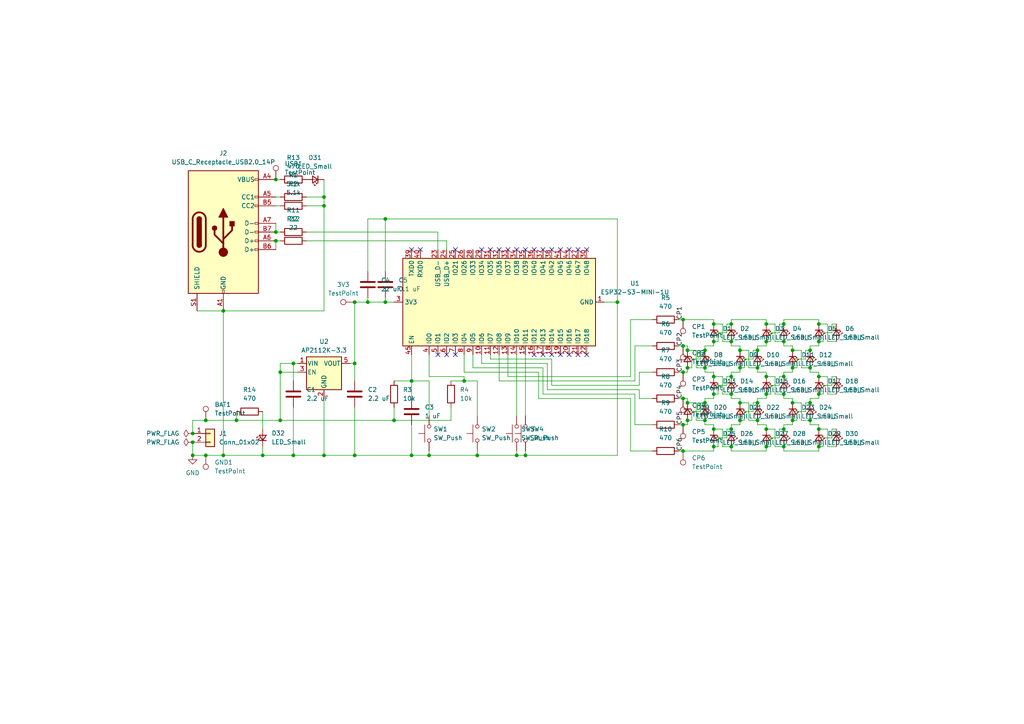
<source format=kicad_sch>
(kicad_sch (version 20250114) (generator "eeschema") (generator_version "9.0")
  (paper "A4")
  (junction (at 227.33 93.98))
  (junction (at 199.39 106.68))
  (junction (at 212.09 93.98))
  (junction (at 198.12 100.33))
  (junction (at 204.47 106.68))
  (junction (at 198.12 92.71))
  (junction (at 102.87 87.63))
  (junction (at 229.87 101.6))
  (junction (at 199.39 101.6))
  (junction (at 234.95 116.84))
  (junction (at 80.01 69.85))
  (junction (at 198.12 130.81))
  (junction (at 198.12 115.57))
  (junction (at 219.71 101.6))
  (junction (at 59.69 132.08))
  (junction (at 55.88 132.08))
  (junction (at 55.88 125.73))
  (junction (at 93.98 57.15))
  (junction (at 237.49 124.46))
  (junction (at 214.63 101.6))
  (junction (at 222.25 124.46))
  (junction (at 212.09 114.3))
  (junction (at 198.12 107.95))
  (junction (at 237.49 109.22))
  (junction (at 222.25 129.54))
  (junction (at 229.87 121.92))
  (junction (at 237.49 129.54))
  (junction (at 134.62 110.49))
  (junction (at 85.09 132.08))
  (junction (at 152.4 132.08))
  (junction (at 114.3 121.92))
  (junction (at 102.87 105.41))
  (junction (at 222.25 109.22))
  (junction (at 214.63 106.68))
  (junction (at 80.01 67.31))
  (junction (at 234.95 121.92))
  (junction (at 212.09 129.54))
  (junction (at 149.86 132.08))
  (junction (at 212.09 109.22))
  (junction (at 227.33 99.06))
  (junction (at 119.38 132.08))
  (junction (at 102.87 132.08))
  (junction (at 55.88 128.27))
  (junction (at 229.87 116.84))
  (junction (at 214.63 121.92))
  (junction (at 106.68 87.63))
  (junction (at 222.25 114.3))
  (junction (at 219.71 106.68))
  (junction (at 199.39 121.92))
  (junction (at 198.12 123.19))
  (junction (at 212.09 99.06))
  (junction (at 234.95 101.6))
  (junction (at 59.69 121.92))
  (junction (at 179.07 87.63))
  (junction (at 207.01 124.46))
  (junction (at 93.98 132.08))
  (junction (at 207.01 129.54))
  (junction (at 229.87 106.68))
  (junction (at 227.33 129.54))
  (junction (at 237.49 114.3))
  (junction (at 207.01 114.3))
  (junction (at 234.95 106.68))
  (junction (at 222.25 93.98))
  (junction (at 81.28 107.95))
  (junction (at 207.01 93.98))
  (junction (at 81.28 121.92))
  (junction (at 204.47 121.92))
  (junction (at 227.33 124.46))
  (junction (at 237.49 93.98))
  (junction (at 199.39 116.84))
  (junction (at 204.47 101.6))
  (junction (at 237.49 99.06))
  (junction (at 111.76 63.5))
  (junction (at 80.01 52.07))
  (junction (at 76.2 132.08))
  (junction (at 222.25 99.06))
  (junction (at 207.01 109.22))
  (junction (at 68.58 121.92))
  (junction (at 64.77 132.08))
  (junction (at 124.46 132.08))
  (junction (at 138.43 132.08))
  (junction (at 207.01 99.06))
  (junction (at 119.38 110.49))
  (junction (at 219.71 116.84))
  (junction (at 219.71 121.92))
  (junction (at 227.33 114.3))
  (junction (at 212.09 124.46))
  (junction (at 204.47 116.84))
  (junction (at 85.09 105.41))
  (junction (at 64.77 90.17))
  (junction (at 227.33 109.22))
  (junction (at 93.98 59.69))
  (junction (at 214.63 116.84))
  (junction (at 111.76 87.63))
  (no_connect (at 157.48 102.87))
  (no_connect (at 147.32 72.39))
  (no_connect (at 165.1 72.39))
  (no_connect (at 154.94 102.87))
  (no_connect (at 165.1 102.87))
  (no_connect (at 121.92 72.39))
  (no_connect (at 160.02 72.39))
  (no_connect (at 149.86 72.39))
  (no_connect (at 144.78 72.39))
  (no_connect (at 132.08 72.39))
  (no_connect (at 160.02 102.87))
  (no_connect (at 162.56 102.87))
  (no_connect (at 170.18 102.87))
  (no_connect (at 167.64 102.87))
  (no_connect (at 119.38 72.39))
  (no_connect (at 152.4 72.39))
  (no_connect (at 127 102.87))
  (no_connect (at 162.56 72.39))
  (no_connect (at 167.64 72.39))
  (no_connect (at 132.08 102.87))
  (no_connect (at 142.24 72.39))
  (no_connect (at 139.7 72.39))
  (no_connect (at 170.18 72.39))
  (no_connect (at 154.94 72.39))
  (no_connect (at 157.48 72.39))
  (no_connect (at 129.54 102.87))
  (wire (pts (xy 200.66 119.38) (xy 203.2 119.38)))
  (wire (pts (xy 217.17 101.6) (xy 217.17 106.68)))
  (wire (pts (xy 212.09 92.71) (xy 222.25 92.71)))
  (wire (pts (xy 207.01 93.98) (xy 207.01 92.71)))
  (wire (pts (xy 222.25 115.57) (xy 222.25 114.3)))
  (wire (pts (xy 237.49 129.54) (xy 238.76 129.54)))
  (wire (pts (xy 119.38 102.87) (xy 119.38 110.49)))
  (wire (pts (xy 144.78 110.49) (xy 184.15 110.49)))
  (wire (pts (xy 237.49 115.57) (xy 237.49 114.3)))
  (wire (pts (xy 81.28 121.92) (xy 114.3 121.92)))
  (wire (pts (xy 214.63 100.33) (xy 212.09 100.33)))
  (wire (pts (xy 64.77 132.08) (xy 76.2 132.08)))
  (wire (pts (xy 234.95 100.33) (xy 237.49 100.33)))
  (wire (pts (xy 81.28 59.69) (xy 80.01 59.69)))
  (wire (pts (xy 102.87 105.41) (xy 102.87 110.49)))
  (wire (pts (xy 196.85 123.19) (xy 198.12 123.19)))
  (wire (pts (xy 232.41 106.68) (xy 234.95 106.68)))
  (wire (pts (xy 81.28 69.85) (xy 80.01 69.85)))
  (wire (pts (xy 199.39 101.6) (xy 201.93 101.6)))
  (wire (pts (xy 240.03 114.3) (xy 242.57 114.3)))
  (wire (pts (xy 210.82 93.98) (xy 212.09 93.98)))
  (wire (pts (xy 241.3 111.76) (xy 241.3 109.22)))
  (wire (pts (xy 198.12 92.71) (xy 196.85 92.71)))
  (wire (pts (xy 240.03 99.06) (xy 242.57 99.06)))
  (wire (pts (xy 207.01 109.22) (xy 207.01 107.95)))
  (wire (pts (xy 59.69 132.08) (xy 64.77 132.08)))
  (wire (pts (xy 218.44 104.14) (xy 218.44 101.6)))
  (wire (pts (xy 234.95 115.57) (xy 237.49 115.57)))
  (wire (pts (xy 217.17 106.68) (xy 219.71 106.68)))
  (wire (pts (xy 219.71 101.6) (xy 219.71 100.33)))
  (wire (pts (xy 93.98 52.07) (xy 93.98 57.15)))
  (wire (pts (xy 130.81 118.11) (xy 130.81 121.92)))
  (wire (pts (xy 232.41 121.92) (xy 234.95 121.92)))
  (wire (pts (xy 93.98 115.57) (xy 93.98 132.08)))
  (wire (pts (xy 199.39 100.33) (xy 198.12 100.33)))
  (wire (pts (xy 124.46 132.08) (xy 138.43 132.08)))
  (wire (pts (xy 111.76 63.5) (xy 111.76 78.74)))
  (wire (pts (xy 55.88 128.27) (xy 55.88 132.08)))
  (wire (pts (xy 209.55 124.46) (xy 209.55 129.54)))
  (wire (pts (xy 207.01 109.22) (xy 209.55 109.22)))
  (wire (pts (xy 238.76 129.54) (xy 238.76 127)))
  (wire (pts (xy 214.63 101.6) (xy 214.63 100.33)))
  (wire (pts (xy 223.52 129.54) (xy 223.52 127)))
  (wire (pts (xy 199.39 106.68) (xy 200.66 106.68)))
  (wire (pts (xy 200.66 104.14) (xy 203.2 104.14)))
  (wire (pts (xy 234.95 123.19) (xy 237.49 123.19)))
  (wire (pts (xy 200.66 106.68) (xy 200.66 104.14)))
  (wire (pts (xy 199.39 115.57) (xy 199.39 116.84)))
  (wire (pts (xy 241.3 124.46) (xy 242.57 124.46)))
  (wire (pts (xy 237.49 109.22) (xy 240.03 109.22)))
  (wire (pts (xy 199.39 123.19) (xy 199.39 121.92)))
  (wire (pts (xy 222.25 114.3) (xy 223.52 114.3)))
  (wire (pts (xy 240.03 93.98) (xy 240.03 99.06)))
  (wire (pts (xy 102.87 132.08) (xy 102.87 118.11)))
  (wire (pts (xy 81.28 52.07) (xy 80.01 52.07)))
  (wire (pts (xy 210.82 111.76) (xy 210.82 109.22)))
  (wire (pts (xy 85.09 132.08) (xy 93.98 132.08)))
  (wire (pts (xy 203.2 116.84) (xy 204.47 116.84)))
  (wire (pts (xy 119.38 123.19) (xy 119.38 132.08)))
  (wire (pts (xy 224.79 109.22) (xy 224.79 114.3)))
  (wire (pts (xy 234.95 107.95) (xy 237.49 107.95)))
  (wire (pts (xy 224.79 99.06) (xy 227.33 99.06)))
  (wire (pts (xy 215.9 106.68) (xy 215.9 104.14)))
  (wire (pts (xy 68.58 119.38) (xy 68.58 121.92)))
  (wire (pts (xy 227.33 92.71) (xy 237.49 92.71)))
  (wire (pts (xy 223.52 127) (xy 226.06 127)))
  (wire (pts (xy 223.52 111.76) (xy 226.06 111.76)))
  (wire (pts (xy 234.95 101.6) (xy 234.95 100.33)))
  (wire (pts (xy 185.42 107.95) (xy 189.23 107.95)))
  (wire (pts (xy 227.33 93.98) (xy 227.33 92.71)))
  (wire (pts (xy 241.3 109.22) (xy 242.57 109.22)))
  (wire (pts (xy 101.6 105.41) (xy 102.87 105.41)))
  (wire (pts (xy 231.14 119.38) (xy 233.68 119.38)))
  (wire (pts (xy 233.68 101.6) (xy 234.95 101.6)))
  (wire (pts (xy 226.06 96.52) (xy 226.06 93.98)))
  (wire (pts (xy 218.44 119.38) (xy 218.44 116.84)))
  (wire (pts (xy 240.03 129.54) (xy 242.57 129.54)))
  (wire (pts (xy 198.12 107.95) (xy 199.39 107.95)))
  (wire (pts (xy 209.55 93.98) (xy 207.01 93.98)))
  (wire (pts (xy 129.54 69.85) (xy 129.54 72.39)))
  (wire (pts (xy 207.01 115.57) (xy 207.01 114.3)))
  (wire (pts (xy 226.06 124.46) (xy 227.33 124.46)))
  (wire (pts (xy 182.88 130.81) (xy 189.23 130.81)))
  (wire (pts (xy 64.77 90.17) (xy 93.98 90.17)))
  (wire (pts (xy 209.55 114.3) (xy 212.09 114.3)))
  (wire (pts (xy 198.12 130.81) (xy 196.85 130.81)))
  (wire (pts (xy 199.39 116.84) (xy 201.93 116.84)))
  (wire (pts (xy 226.06 93.98) (xy 227.33 93.98)))
  (wire (pts (xy 208.28 127) (xy 210.82 127)))
  (wire (pts (xy 199.39 121.92) (xy 200.66 121.92)))
  (wire (pts (xy 231.14 104.14) (xy 233.68 104.14)))
  (wire (pts (xy 218.44 101.6) (xy 219.71 101.6)))
  (wire (pts (xy 208.28 114.3) (xy 208.28 111.76)))
  (wire (pts (xy 81.28 57.15) (xy 80.01 57.15)))
  (wire (pts (xy 200.66 121.92) (xy 200.66 119.38)))
  (wire (pts (xy 212.09 114.3) (xy 212.09 115.57)))
  (wire (pts (xy 212.09 123.19) (xy 214.63 123.19)))
  (wire (pts (xy 114.3 118.11) (xy 114.3 121.92)))
  (wire (pts (xy 106.68 63.5) (xy 111.76 63.5)))
  (wire (pts (xy 119.38 110.49) (xy 119.38 115.57)))
  (wire (pts (xy 106.68 78.74) (xy 106.68 63.5)))
  (wire (pts (xy 204.47 123.19) (xy 204.47 121.92)))
  (wire (pts (xy 207.01 130.81) (xy 198.12 130.81)))
  (wire (pts (xy 134.62 109.22) (xy 134.62 110.49)))
  (wire (pts (xy 149.86 102.87) (xy 149.86 120.65)))
  (wire (pts (xy 227.33 123.19) (xy 229.87 123.19)))
  (wire (pts (xy 106.68 86.36) (xy 106.68 87.63)))
  (wire (pts (xy 214.63 107.95) (xy 214.63 106.68)))
  (wire (pts (xy 156.21 115.57) (xy 182.88 115.57)))
  (wire (pts (xy 93.98 59.69) (xy 93.98 57.15)))
  (wire (pts (xy 222.25 99.06) (xy 223.52 99.06)))
  (wire (pts (xy 227.33 109.22) (xy 227.33 107.95)))
  (wire (pts (xy 138.43 132.08) (xy 149.86 132.08)))
  (wire (pts (xy 158.75 105.41) (xy 158.75 113.03)))
  (wire (pts (xy 85.09 105.41) (xy 85.09 110.49)))
  (wire (pts (xy 217.17 116.84) (xy 217.17 121.92)))
  (wire (pts (xy 226.06 127) (xy 226.06 124.46)))
  (wire (pts (xy 207.01 92.71) (xy 198.12 92.71)))
  (wire (pts (xy 223.52 99.06) (xy 223.52 96.52)))
  (wire (pts (xy 238.76 111.76) (xy 241.3 111.76)))
  (wire (pts (xy 80.01 69.85) (xy 80.01 72.39)))
  (wire (pts (xy 229.87 115.57) (xy 229.87 116.84)))
  (wire (pts (xy 196.85 115.57) (xy 198.12 115.57)))
  (wire (pts (xy 222.25 93.98) (xy 224.79 93.98)))
  (wire (pts (xy 208.28 129.54) (xy 208.28 127)))
  (wire (pts (xy 219.71 107.95) (xy 222.25 107.95)))
  (wire (pts (xy 93.98 90.17) (xy 93.98 59.69)))
  (wire (pts (xy 219.71 116.84) (xy 219.71 115.57)))
  (wire (pts (xy 237.49 93.98) (xy 240.03 93.98)))
  (wire (pts (xy 208.28 111.76) (xy 210.82 111.76)))
  (wire (pts (xy 224.79 129.54) (xy 227.33 129.54)))
  (wire (pts (xy 229.87 107.95) (xy 229.87 106.68)))
  (wire (pts (xy 119.38 132.08) (xy 124.46 132.08)))
  (wire (pts (xy 111.76 63.5) (xy 179.07 63.5)))
  (wire (pts (xy 138.43 110.49) (xy 138.43 120.65)))
  (wire (pts (xy 203.2 104.14) (xy 203.2 101.6)))
  (wire (pts (xy 222.25 129.54) (xy 223.52 129.54)))
  (wire (pts (xy 111.76 87.63) (xy 114.3 87.63)))
  (wire (pts (xy 223.52 96.52) (xy 226.06 96.52)))
  (wire (pts (xy 85.09 105.41) (xy 86.36 105.41)))
  (wire (pts (xy 214.63 121.92) (xy 215.9 121.92)))
  (wire (pts (xy 76.2 119.38) (xy 76.2 124.46)))
  (wire (pts (xy 80.01 67.31) (xy 80.01 64.77)))
  (wire (pts (xy 219.71 121.92) (xy 219.71 123.19)))
  (wire (pts (xy 241.3 96.52) (xy 241.3 93.98)))
  (wire (pts (xy 196.85 107.95) (xy 198.12 107.95)))
  (wire (pts (xy 124.46 102.87) (xy 124.46 109.22)))
  (wire (pts (xy 210.82 96.52) (xy 210.82 93.98)))
  (wire (pts (xy 156.21 107.95) (xy 156.21 115.57)))
  (wire (pts (xy 238.76 96.52) (xy 241.3 96.52)))
  (wire (pts (xy 237.49 114.3) (xy 238.76 114.3)))
  (wire (pts (xy 182.88 92.71) (xy 189.23 92.71)))
  (wire (pts (xy 184.15 123.19) (xy 189.23 123.19)))
  (wire (pts (xy 102.87 105.41) (xy 102.87 87.63)))
  (wire (pts (xy 231.14 106.68) (xy 231.14 104.14)))
  (wire (pts (xy 212.09 93.98) (xy 212.09 92.71)))
  (wire (pts (xy 232.41 116.84) (xy 232.41 121.92)))
  (wire (pts (xy 219.71 123.19) (xy 222.25 123.19)))
  (wire (pts (xy 229.87 100.33) (xy 227.33 100.33)))
  (wire (pts (xy 111.76 86.36) (xy 111.76 87.63)))
  (wire (pts (xy 138.43 130.81) (xy 138.43 132.08)))
  (wire (pts (xy 214.63 116.84) (xy 217.17 116.84)))
  (wire (pts (xy 233.68 119.38) (xy 233.68 116.84)))
  (wire (pts (xy 238.76 99.06) (xy 238.76 96.52)))
  (wire (pts (xy 207.01 123.19) (xy 204.47 123.19)))
  (wire (pts (xy 204.47 115.57) (xy 207.01 115.57)))
  (wire (pts (xy 142.24 102.87) (xy 142.24 104.14)))
  (wire (pts (xy 229.87 101.6) (xy 229.87 100.33)))
  (wire (pts (xy 201.93 121.92) (xy 204.47 121.92)))
  (wire (pts (xy 182.88 115.57) (xy 182.88 130.81)))
  (wire (pts (xy 204.47 101.6) (xy 204.47 100.33)))
  (wire (pts (xy 179.07 132.08) (xy 179.07 87.63)))
  (wire (pts (xy 68.58 121.92) (xy 81.28 121.92)))
  (wire (pts (xy 215.9 121.92) (xy 215.9 119.38)))
  (wire (pts (xy 219.71 100.33) (xy 222.25 100.33)))
  (wire (pts (xy 222.25 92.71) (xy 222.25 93.98)))
  (wire (pts (xy 152.4 102.87) (xy 152.4 120.65)))
  (wire (pts (xy 212.09 115.57) (xy 214.63 115.57)))
  (wire (pts (xy 209.55 99.06) (xy 209.55 93.98)))
  (wire (pts (xy 229.87 106.68) (xy 231.14 106.68)))
  (wire (pts (xy 134.62 102.87) (xy 134.62 107.95)))
  (wire (pts (xy 185.42 107.95) (xy 185.42 111.76)))
  (wire (pts (xy 106.68 87.63) (xy 111.76 87.63)))
  (wire (pts (xy 222.25 107.95) (xy 222.25 109.22)))
  (wire (pts (xy 217.17 121.92) (xy 219.71 121.92)))
  (wire (pts (xy 208.28 96.52) (xy 210.82 96.52)))
  (wire (pts (xy 184.15 100.33) (xy 184.15 110.49)))
  (wire (pts (xy 55.88 121.92) (xy 59.69 121.92)))
  (wire (pts (xy 88.9 67.31) (xy 127 67.31)))
  (wire (pts (xy 207.01 124.46) (xy 207.01 123.19)))
  (wire (pts (xy 237.49 124.46) (xy 240.03 124.46)))
  (wire (pts (xy 212.09 109.22) (xy 212.09 107.95)))
  (wire (pts (xy 227.33 114.3) (xy 227.33 115.57)))
  (wire (pts (xy 124.46 109.22) (xy 134.62 109.22)))
  (wire (pts (xy 149.86 132.08) (xy 152.4 132.08)))
  (wire (pts (xy 158.75 113.03) (xy 185.42 113.03)))
  (wire (pts (xy 215.9 119.38) (xy 218.44 119.38)))
  (wire (pts (xy 185.42 115.57) (xy 189.23 115.57)))
  (wire (pts (xy 212.09 129.54) (xy 212.09 130.81)))
  (wire (pts (xy 237.49 123.19) (xy 237.49 124.46)))
  (wire (pts (xy 201.93 101.6) (xy 201.93 106.68)))
  (wire (pts (xy 234.95 116.84) (xy 234.95 115.57)))
  (wire (pts (xy 209.55 109.22) (xy 209.55 114.3)))
  (wire (pts (xy 88.9 57.15) (xy 93.98 57.15)))
  (wire (pts (xy 227.33 100.33) (xy 227.33 99.06)))
  (wire (pts (xy 160.02 111.76) (xy 185.42 111.76)))
  (wire (pts (xy 234.95 121.92) (xy 234.95 123.19)))
  (wire (pts (xy 207.01 100.33) (xy 207.01 99.06)))
  (wire (pts (xy 204.47 116.84) (xy 204.47 115.57)))
  (wire (pts (xy 114.3 121.92) (xy 130.81 121.92)))
  (wire (pts (xy 184.15 100.33) (xy 189.23 100.33)))
  (wire (pts (xy 203.2 101.6) (xy 204.47 101.6)))
  (wire (pts (xy 85.09 118.11) (xy 85.09 132.08)))
  (wire (pts (xy 204.47 107.95) (xy 204.47 106.68)))
  (wire (pts (xy 227.33 107.95) (xy 229.87 107.95)))
  (wire (pts (xy 238.76 114.3) (xy 238.76 111.76)))
  (wire (pts (xy 134.62 110.49) (xy 138.43 110.49)))
  (wire (pts (xy 198.12 115.57) (xy 199.39 115.57)))
  (wire (pts (xy 229.87 121.92) (xy 231.14 121.92)))
  (wire (pts (xy 210.82 109.22) (xy 212.09 109.22)))
  (wire (pts (xy 224.79 114.3) (xy 227.33 114.3)))
  (wire (pts (xy 227.33 130.81) (xy 237.49 130.81)))
  (wire (pts (xy 209.55 129.54) (xy 212.09 129.54)))
  (wire (pts (xy 124.46 130.81) (xy 124.46 132.08)))
  (wire (pts (xy 102.87 132.08) (xy 119.38 132.08)))
  (wire (pts (xy 184.15 114.3) (xy 184.15 123.19)))
  (wire (pts (xy 179.07 63.5) (xy 179.07 87.63)))
  (wire (pts (xy 233.68 104.14) (xy 233.68 101.6)))
  (wire (pts (xy 152.4 132.08) (xy 179.07 132.08)))
  (wire (pts (xy 226.06 111.76) (xy 226.06 109.22)))
  (wire (pts (xy 207.01 99.06) (xy 208.28 99.06)))
  (wire (pts (xy 124.46 110.49) (xy 119.38 110.49)))
  (wire (pts (xy 223.52 114.3) (xy 223.52 111.76)))
  (wire (pts (xy 137.16 102.87) (xy 137.16 106.68)))
  (wire (pts (xy 224.79 124.46) (xy 224.79 129.54)))
  (wire (pts (xy 142.24 104.14) (xy 160.02 104.14)))
  (wire (pts (xy 198.12 100.33) (xy 196.85 100.33)))
  (wire (pts (xy 55.88 125.73) (xy 55.88 121.92)))
  (wire (pts (xy 207.01 129.54) (xy 208.28 129.54)))
  (wire (pts (xy 198.12 123.19) (xy 199.39 123.19)))
  (wire (pts (xy 182.88 109.22) (xy 182.88 92.71)))
  (wire (pts (xy 139.7 105.41) (xy 158.75 105.41)))
  (wire (pts (xy 227.33 124.46) (xy 227.33 123.19)))
  (wire (pts (xy 214.63 106.68) (xy 215.9 106.68)))
  (wire (pts (xy 212.09 100.33) (xy 212.09 99.06)))
  (wire (pts (xy 238.76 127) (xy 241.3 127)))
  (wire (pts (xy 219.71 106.68) (xy 219.71 107.95)))
  (wire (pts (xy 137.16 106.68) (xy 157.48 106.68)))
  (wire (pts (xy 147.32 109.22) (xy 147.32 102.87)))
  (wire (pts (xy 226.06 109.22) (xy 227.33 109.22)))
  (wire (pts (xy 212.09 124.46) (xy 212.09 123.19)))
  (wire (pts (xy 160.02 104.14) (xy 160.02 111.76)))
  (wire (pts (xy 212.09 107.95) (xy 214.63 107.95)))
  (wire (pts (xy 215.9 104.14) (xy 218.44 104.14)))
  (wire (pts (xy 240.03 109.22) (xy 240.03 114.3)))
  (wire (pts (xy 210.82 124.46) (xy 212.09 124.46)))
  (wire (pts (xy 237.49 99.06) (xy 238.76 99.06)))
  (wire (pts (xy 214.63 123.19) (xy 214.63 121.92)))
  (wire (pts (xy 212.09 130.81) (xy 222.25 130.81)))
  (wire (pts (xy 64.77 90.17) (xy 64.77 132.08)))
  (wire (pts (xy 229.87 101.6) (xy 232.41 101.6)))
  (wire (pts (xy 139.7 102.87) (xy 139.7 105.41)))
  (wire (pts (xy 201.93 116.84) (xy 201.93 121.92)))
  (wire (pts (xy 127 67.31) (xy 127 72.39)))
  (wire (pts (xy 214.63 101.6) (xy 217.17 101.6)))
  (wire (pts (xy 227.33 129.54) (xy 227.33 130.81)))
  (wire (pts (xy 237.49 130.81) (xy 237.49 129.54)))
  (wire (pts (xy 147.32 109.22) (xy 182.88 109.22)))
  (wire (pts (xy 201.93 106.68) (xy 204.47 106.68)))
  (wire (pts (xy 203.2 119.38) (xy 203.2 116.84)))
  (wire (pts (xy 241.3 93.98) (xy 242.57 93.98)))
  (wire (pts (xy 234.95 106.68) (xy 234.95 107.95)))
  (wire (pts (xy 229.87 116.84) (xy 232.41 116.84)))
  (wire (pts (xy 114.3 110.49) (xy 119.38 110.49)))
  (wire (pts (xy 149.86 130.81) (xy 149.86 132.08)))
  (wire (pts (xy 237.49 107.95) (xy 237.49 109.22)))
  (wire (pts (xy 207.01 129.54) (xy 207.01 130.81)))
  (wire (pts (xy 231.14 121.92) (xy 231.14 119.38)))
  (wire (pts (xy 81.28 105.41) (xy 81.28 107.95)))
  (wire (pts (xy 233.68 116.84) (xy 234.95 116.84)))
  (wire (pts (xy 208.28 99.06) (xy 208.28 96.52)))
  (wire (pts (xy 222.25 124.46) (xy 224.79 124.46)))
  (wire (pts (xy 81.28 67.31) (xy 80.01 67.31)))
  (wire (pts (xy 55.88 132.08) (xy 59.69 132.08)))
  (wire (pts (xy 152.4 130.81) (xy 152.4 132.08)))
  (wire (pts (xy 237.49 92.71) (xy 237.49 93.98)))
  (wire (pts (xy 157.48 114.3) (xy 184.15 114.3)))
  (wire (pts (xy 204.47 100.33) (xy 207.01 100.33)))
  (wire (pts (xy 222.25 109.22) (xy 224.79 109.22)))
  (wire (pts (xy 102.87 87.63) (xy 106.68 87.63)))
  (wire (pts (xy 207.01 107.95) (xy 204.47 107.95)))
  (wire (pts (xy 237.49 100.33) (xy 237.49 99.06)))
  (wire (pts (xy 59.69 121.92) (xy 68.58 121.92)))
  (wire (pts (xy 134.62 110.49) (xy 130.81 110.49)))
  (wire (pts (xy 219.71 115.57) (xy 222.25 115.57)))
  (wire (pts (xy 199.39 107.95) (xy 199.39 106.68)))
  (wire (pts (xy 222.25 123.19) (xy 222.25 124.46)))
  (wire (pts (xy 227.33 115.57) (xy 229.87 115.57)))
  (wire (pts (xy 88.9 69.85) (xy 129.54 69.85)))
  (wire (pts (xy 224.79 93.98) (xy 224.79 99.06)))
  (wire (pts (xy 222.25 130.81) (xy 222.25 129.54)))
  (wire (pts (xy 207.01 124.46) (xy 209.55 124.46)))
  (wire (pts (xy 212.09 99.06) (xy 209.55 99.06)))
  (wire (pts (xy 179.07 87.63) (xy 175.26 87.63)))
  (wire (pts (xy 214.63 115.57) (xy 214.63 116.84)))
  (wire (pts (xy 240.03 124.46) (xy 240.03 129.54)))
  (wire (pts (xy 93.98 132.08) (xy 102.87 132.08)))
  (wire (pts (xy 81.28 107.95) (xy 81.28 121.92)))
  (wire (pts (xy 222.25 100.33) (xy 222.25 99.06)))
  (wire (pts (xy 144.78 110.49) (xy 144.78 102.87)))
  (wire (pts (xy 81.28 107.95) (xy 86.36 107.95)))
  (wire (pts (xy 210.82 127) (xy 210.82 124.46)))
  (wire (pts (xy 76.2 129.54) (xy 76.2 132.08)))
  (wire (pts (xy 229.87 123.19) (xy 229.87 121.92)))
  (wire (pts (xy 199.39 101.6) (xy 199.39 100.33)))
  (wire (pts (xy 157.48 106.68) (xy 157.48 114.3)))
  (wire (pts (xy 81.28 105.41) (xy 85.09 105.41)))
  (wire (pts (xy 134.62 107.95) (xy 156.21 107.95)))
  (wire (pts (xy 57.15 90.17) (xy 64.77 90.17)))
  (wire (pts (xy 124.46 120.65) (xy 124.46 110.49)))
  (wire (pts (xy 76.2 132.08) (xy 85.09 132.08)))
  (wire (pts (xy 218.44 116.84) (xy 219.71 116.84)))
  (wire (pts (xy 232.41 101.6) (xy 232.41 106.68)))
  (wire (pts (xy 207.01 114.3) (xy 208.28 114.3)))
  (wire (pts (xy 241.3 127) (xy 241.3 124.46)))
  (wire (pts (xy 185.42 113.03) (xy 185.42 115.57)))
  (wire (pts (xy 88.9 59.69) (xy 93.98 59.69)))
  (label "CP6" (at 198.12 130.81 90))
  (label "CP2" (at 198.12 100.33 90))
  (label "CP4" (at 198.12 115.57 90))
  (label "CP3" (at 198.12 107.95 90))
  (label "CP5" (at 198.12 123.19 90))
  (label "CP1" (at 198.12 92.71 90))
  (symbol (lib_id "power:PWR_FLAG") (at 55.88 125.73 90) (unit 1)
    (property "Reference" "#FLG01" (effects (hide yes)))
    (property "Value" "PWR_FLAG" (at 52.07 125.7299 90) (effects (justify left)))
    (property "Description" "Special symbol for telling ERC where power comes from" (effects (hide yes)))
  )
  (symbol (lib_id "Connector:USB_C_Receptacle_USB2.0_14P") (at 64.77 67.31 0) (unit 1)
    (property "Reference" "J2" (at 64.77 44.45 0))
    (property "Value" "USB_C_Receptacle_USB2.0_14P" (at 64.77 46.99 0))
    (property "Footprint" "Connector_USB:USB_C_Receptacle_HRO_TYPE-C-31-M-12" (effects (hide yes)))
    (property "Datasheet" "https://www.usb.org/sites/default/files/documents/usb_type-c.zip" (effects (hide yes)))
    (property "Description" "USB 2.0-only 14P Type-C Receptacle connector" (effects (hide yes)))
  )
  (symbol (lib_id "Device:R") (at 85.09 52.07 90) (unit 1)
    (property "Reference" "R13" (at 85.09 45.72 90))
    (property "Value" "470" (at 85.09 48.26 90))
    (property "Footprint" "Resistor_SMD:R_0603_1608Metric" (effects (hide yes)))
    (property "Description" "Resistor" (effects (hide yes)))
  )
  (symbol (lib_id "Device:LED_Small") (at 222.25 96.52 270) (unit 1)
    (property "Reference" "D3" (at 224.79 95.3134 90) (effects (justify left)))
    (property "Value" "LED_Small" (at 224.79 97.8534 90) (effects (justify left)))
    (property "Footprint" "LED_SMD:LED_0603_1608Metric" (effects (hide yes)))
    (property "Description" "Light emitting diode, small symbol" (effects (hide yes)))
    (property "Sim.Pin" "1=K 2=A" (effects (hide yes)))
  )
  (symbol (lib_id "Device:LED_Small") (at 199.39 104.14 270) (unit 1)
    (property "Reference" "D7" (at 201.93 102.9334 90) (effects (justify left)))
    (property "Value" "LED_Small" (at 201.93 105.4734 90) (effects (justify left)))
    (property "Footprint" "LED_SMD:LED_0603_1608Metric" (effects (hide yes)))
    (property "Description" "Light emitting diode, small symbol" (effects (hide yes)))
    (property "Sim.Pin" "1=K 2=A" (effects (hide yes)))
  )
  (symbol (lib_id "Device:C") (at 102.87 114.3 0) (unit 1)
    (property "Reference" "C2" (at 106.68 113.0299 0) (effects (justify left)))
    (property "Value" "2.2 uF" (at 106.68 115.5699 0) (effects (justify left)))
    (property "Footprint" "Capacitor_SMD:C_0603_1608Metric" (effects (hide yes)))
    (property "Description" "Unpolarized capacitor" (effects (hide yes)))
  )
  (symbol (lib_id "Connector:TestPoint") (at 198.12 92.71 180) (unit 1)
    (property "Reference" "CP1" (at 200.66 94.7419 0) (effects (justify right)))
    (property "Value" "TestPoint" (at 200.66 97.2819 0) (effects (justify right)))
    (property "Footprint" "TestPoint:TestPoint_Pad_D1.0mm" (effects (hide yes)))
    (property "Description" "test point" (effects (hide yes)))
  )
  (symbol (lib_id "Device:LED_Small") (at 227.33 111.76 270) (unit 1)
    (property "Reference" "D16" (at 229.87 110.5534 90) (effects (justify left)))
    (property "Value" "LED_Small" (at 229.87 113.0934 90) (effects (justify left)))
    (property "Footprint" "LED_SMD:LED_0603_1608Metric" (effects (hide yes)))
    (property "Description" "Light emitting diode, small symbol" (effects (hide yes)))
    (property "Sim.Pin" "1=K 2=A" (effects (hide yes)))
  )
  (symbol (lib_id "Connector:TestPoint") (at 80.01 52.07 0) (unit 1)
    (property "Reference" "USB1" (at 82.55 47.4979 0) (effects (justify left)))
    (property "Value" "TestPoint" (at 82.55 50.0379 0) (effects (justify left)))
    (property "Footprint" "TestPoint:TestPoint_Pad_D1.0mm" (effects (hide yes)))
    (property "Description" "test point" (effects (hide yes)))
  )
  (symbol (lib_id "Device:R") (at 193.04 123.19 90) (unit 1)
    (property "Reference" "R9" (at 193.04 116.84 90))
    (property "Value" "470" (at 193.04 119.38 90))
    (property "Footprint" "Resistor_SMD:R_0603_1608Metric" (effects (hide yes)))
    (property "Description" "Resistor" (effects (hide yes)))
  )
  (symbol (lib_id "Device:LED_Small") (at 234.95 104.14 270) (unit 1)
    (property "Reference" "D12" (at 237.49 102.9334 90) (effects (justify left)))
    (property "Value" "LED_Small" (at 237.49 105.4734 90) (effects (justify left)))
    (property "Footprint" "LED_SMD:LED_0603_1608Metric" (effects (hide yes)))
    (property "Description" "Light emitting diode, small symbol" (effects (hide yes)))
    (property "Sim.Pin" "1=K 2=A" (effects (hide yes)))
  )
  (symbol (lib_id "Device:LED_Small") (at 242.57 127 270) (unit 1)
    (property "Reference" "D30" (at 245.11 125.7934 90) (effects (justify left)))
    (property "Value" "LED_Small" (at 245.11 128.3334 90) (effects (justify left)))
    (property "Footprint" "LED_SMD:LED_0603_1608Metric" (effects (hide yes)))
    (property "Description" "Light emitting diode, small symbol" (effects (hide yes)))
    (property "Sim.Pin" "1=K 2=A" (effects (hide yes)))
  )
  (symbol (lib_id "Device:LED_Small") (at 214.63 104.14 270) (unit 1)
    (property "Reference" "D9" (at 217.17 102.9334 90) (effects (justify left)))
    (property "Value" "LED_Small" (at 217.17 105.4734 90) (effects (justify left)))
    (property "Footprint" "LED_SMD:LED_0603_1608Metric" (effects (hide yes)))
    (property "Description" "Light emitting diode, small symbol" (effects (hide yes)))
    (property "Sim.Pin" "1=K 2=A" (effects (hide yes)))
  )
  (symbol (lib_id "Regulator_Linear:AP2112K-3.3") (at 93.98 107.95 0) (unit 1)
    (property "Reference" "U2" (at 93.98 99.06 0))
    (property "Value" "AP2112K-3.3" (at 93.98 101.6 0))
    (property "Footprint" "Package_TO_SOT_SMD:SOT-23-5" (effects (hide yes)))
    (property "Datasheet" "https://www.diodes.com/assets/Datasheets/AP2112.pdf" (effects (hide yes)))
    (property "Description" "600mA low dropout linear regulator, with enable pin, 3.8V-6V input voltage range, 3.3V fixed positive output, SOT-23-5" (effects (hide yes)))
  )
  (symbol (lib_id "Device:C") (at 85.09 114.3 0) (unit 1)
    (property "Reference" "C1" (at 88.9 113.0299 0) (effects (justify left)))
    (property "Value" "2.2 uF" (at 88.9 115.5699 0) (effects (justify left)))
    (property "Footprint" "Capacitor_SMD:C_0603_1608Metric" (effects (hide yes)))
    (property "Description" "Unpolarized capacitor" (effects (hide yes)))
  )
  (symbol (lib_id "Device:LED_Small") (at 204.47 104.14 270) (unit 1)
    (property "Reference" "D8" (at 207.01 102.9334 90) (effects (justify left)))
    (property "Value" "LED_Small" (at 207.01 105.4734 90) (effects (justify left)))
    (property "Footprint" "LED_SMD:LED_0603_1608Metric" (effects (hide yes)))
    (property "Description" "Light emitting diode, small symbol" (effects (hide yes)))
    (property "Sim.Pin" "1=K 2=A" (effects (hide yes)))
  )
  (symbol (lib_id "power:PWR_FLAG") (at 55.88 128.27 90) (unit 1)
    (property "Reference" "#FLG02" (effects (hide yes)))
    (property "Value" "PWR_FLAG" (at 52.07 128.2699 90) (effects (justify left)))
    (property "Description" "Special symbol for telling ERC where power comes from" (effects (hide yes)))
  )
  (symbol (lib_id "Device:C") (at 106.68 82.55 0) (unit 1)
    (property "Reference" "C4" (at 110.49 81.2799 0) (effects (justify left)))
    (property "Value" "22 uF" (at 110.49 83.8199 0) (effects (justify left)))
    (property "Footprint" "Capacitor_SMD:C_0603_1608Metric" (effects (hide yes)))
    (property "Description" "Unpolarized capacitor" (effects (hide yes)))
  )
  (symbol (lib_id "Switch:SW_Push") (at 152.4 125.73 90) (unit 1)
    (property "Reference" "SW4" (at 153.67 124.4599 90) (effects (justify right)))
    (property "Value" "SW_Push" (at 153.67 126.9999 90) (effects (justify right)))
    (property "Footprint" "Button_Switch_SMD:SW_SPST_PTS810" (effects (hide yes)))
    (property "Description" "Push button switch, generic, two pins" (effects (hide yes)))
  )
  (symbol (lib_id "Device:C") (at 111.76 82.55 0) (unit 1)
    (property "Reference" "C5" (at 115.57 81.2799 0) (effects (justify left)))
    (property "Value" "0.1 uF" (at 115.57 83.8199 0) (effects (justify left)))
    (property "Footprint" "Capacitor_SMD:C_0603_1608Metric" (effects (hide yes)))
    (property "Description" "Unpolarized capacitor" (effects (hide yes)))
  )
  (symbol (lib_id "Device:LED_Small") (at 222.25 127 270) (unit 1)
    (property "Reference" "D27" (at 224.79 125.7934 90) (effects (justify left)))
    (property "Value" "LED_Small" (at 224.79 128.3334 90) (effects (justify left)))
    (property "Footprint" "LED_SMD:LED_0603_1608Metric" (effects (hide yes)))
    (property "Description" "Light emitting diode, small symbol" (effects (hide yes)))
    (property "Sim.Pin" "1=K 2=A" (effects (hide yes)))
  )
  (symbol (lib_id "RF_Module:ESP32-S3-MINI-1U") (at 144.78 87.63 90) (unit 1)
    (property "Reference" "U1" (at 184.15 82.1846 90))
    (property "Value" "ESP32-S3-MINI-1U" (at 184.15 84.7246 90))
    (property "Footprint" "RF_Module:ESP32-S2-MINI-1U" (effects (hide yes)))
    (property "Datasheet" "https://www.espressif.com/sites/default/files/documentation/esp32-s3-mini-1_mini-1u_datasheet_en.pdf" (effects (hide yes)))
    (property "Description" "RF Module, ESP32-S3 SoC, Wi-Fi 802.11b/g/n, Bluetooth, BLE, 32-bit, 3.3V, SMD, external antenna" (effects (hide yes)))
  )
  (symbol (lib_id "Device:LED_Small") (at 207.01 111.76 270) (unit 1)
    (property "Reference" "D13" (at 209.55 110.5534 90) (effects (justify left)))
    (property "Value" "LED_Small" (at 209.55 113.0934 90) (effects (justify left)))
    (property "Footprint" "LED_SMD:LED_0603_1608Metric" (effects (hide yes)))
    (property "Description" "Light emitting diode, small symbol" (effects (hide yes)))
    (property "Sim.Pin" "1=K 2=A" (effects (hide yes)))
  )
  (symbol (lib_id "Device:LED_Small") (at 207.01 96.52 270) (unit 1)
    (property "Reference" "D1" (at 209.55 95.3134 90) (effects (justify left)))
    (property "Value" "LED_Small" (at 209.55 97.8534 90) (effects (justify left)))
    (property "Footprint" "LED_SMD:LED_0603_1608Metric" (effects (hide yes)))
    (property "Description" "Light emitting diode, small symbol" (effects (hide yes)))
    (property "Sim.Pin" "1=K 2=A" (effects (hide yes)))
  )
  (symbol (lib_id "Device:R") (at 85.09 59.69 90) (unit 1)
    (property "Reference" "R2" (at 85.09 53.34 90))
    (property "Value" "5.1k" (at 85.09 55.88 90))
    (property "Footprint" "Resistor_SMD:R_0603_1608Metric" (effects (hide yes)))
    (property "Description" "Resistor" (effects (hide yes)))
  )
  (symbol (lib_id "Device:LED_Small") (at 204.47 119.38 270) (unit 1)
    (property "Reference" "D20" (at 207.01 118.1734 90) (effects (justify left)))
    (property "Value" "LED_Small" (at 207.01 120.7134 90) (effects (justify left)))
    (property "Footprint" "LED_SMD:LED_0603_1608Metric" (effects (hide yes)))
    (property "Description" "Light emitting diode, small symbol" (effects (hide yes)))
    (property "Sim.Pin" "1=K 2=A" (effects (hide yes)))
  )
  (symbol (lib_id "Device:LED_Small") (at 76.2 127 90) (unit 1)
    (property "Reference" "D32" (at 78.74 125.6664 90) (effects (justify right)))
    (property "Value" "LED_Small" (at 78.74 128.2064 90) (effects (justify right)))
    (property "Footprint" "LED_SMD:LED_0603_1608Metric" (effects (hide yes)))
    (property "Description" "Light emitting diode, small symbol" (effects (hide yes)))
    (property "Sim.Pin" "1=K 2=A" (effects (hide yes)))
  )
  (symbol (lib_id "Device:R") (at 193.04 107.95 90) (unit 1)
    (property "Reference" "R7" (at 193.04 101.6 90))
    (property "Value" "470" (at 193.04 104.14 90))
    (property "Footprint" "Resistor_SMD:R_0603_1608Metric" (effects (hide yes)))
    (property "Description" "Resistor" (effects (hide yes)))
  )
  (symbol (lib_id "Device:R") (at 130.81 114.3 0) (unit 1)
    (property "Reference" "R4" (at 133.35 113.0299 0) (effects (justify left)))
    (property "Value" "10k" (at 133.35 115.5699 0) (effects (justify left)))
    (property "Footprint" "Resistor_SMD:R_0603_1608Metric" (effects (hide yes)))
    (property "Description" "Resistor" (effects (hide yes)))
  )
  (symbol (lib_id "Device:LED_Small") (at 229.87 119.38 270) (unit 1)
    (property "Reference" "D23" (at 232.41 118.1734 90) (effects (justify left)))
    (property "Value" "LED_Small" (at 232.41 120.7134 90) (effects (justify left)))
    (property "Footprint" "LED_SMD:LED_0603_1608Metric" (effects (hide yes)))
    (property "Description" "Light emitting diode, small symbol" (effects (hide yes)))
    (property "Sim.Pin" "1=K 2=A" (effects (hide yes)))
  )
  (symbol (lib_id "Device:R") (at 193.04 115.57 90) (unit 1)
    (property "Reference" "R8" (at 193.04 109.22 90))
    (property "Value" "470" (at 193.04 111.76 90))
    (property "Footprint" "Resistor_SMD:R_0603_1608Metric" (effects (hide yes)))
    (property "Description" "Resistor" (effects (hide yes)))
  )
  (symbol (lib_id "Device:LED_Small") (at 237.49 111.76 270) (unit 1)
    (property "Reference" "D17" (at 240.03 110.5534 90) (effects (justify left)))
    (property "Value" "LED_Small" (at 240.03 113.0934 90) (effects (justify left)))
    (property "Footprint" "LED_SMD:LED_0603_1608Metric" (effects (hide yes)))
    (property "Description" "Light emitting diode, small symbol" (effects (hide yes)))
    (property "Sim.Pin" "1=K 2=A" (effects (hide yes)))
  )
  (symbol (lib_id "Connector:TestPoint") (at 198.12 130.81 180) (unit 1)
    (property "Reference" "CP6" (at 200.66 132.8419 0) (effects (justify right)))
    (property "Value" "TestPoint" (at 200.66 135.3819 0) (effects (justify right)))
    (property "Footprint" "TestPoint:TestPoint_Pad_D1.0mm" (effects (hide yes)))
    (property "Description" "test point" (effects (hide yes)))
  )
  (symbol (lib_id "Switch:SW_Push") (at 124.46 125.73 90) (unit 1)
    (property "Reference" "SW1" (at 125.73 124.4599 90) (effects (justify right)))
    (property "Value" "SW_Push" (at 125.73 126.9999 90) (effects (justify right)))
    (property "Footprint" "Button_Switch_SMD:SW_SPST_PTS810" (effects (hide yes)))
    (property "Description" "Push button switch, generic, two pins" (effects (hide yes)))
  )
  (symbol (lib_id "Device:LED_Small") (at 212.09 96.52 270) (unit 1)
    (property "Reference" "D2" (at 214.63 95.3134 90) (effects (justify left)))
    (property "Value" "LED_Small" (at 214.63 97.8534 90) (effects (justify left)))
    (property "Footprint" "LED_SMD:LED_0603_1608Metric" (effects (hide yes)))
    (property "Description" "Light emitting diode, small symbol" (effects (hide yes)))
    (property "Sim.Pin" "1=K 2=A" (effects (hide yes)))
  )
  (symbol (lib_id "Device:LED_Small") (at 242.57 111.76 270) (unit 1)
    (property "Reference" "D18" (at 245.11 110.5534 90) (effects (justify left)))
    (property "Value" "LED_Small" (at 245.11 113.0934 90) (effects (justify left)))
    (property "Footprint" "LED_SMD:LED_0603_1608Metric" (effects (hide yes)))
    (property "Description" "Light emitting diode, small symbol" (effects (hide yes)))
    (property "Sim.Pin" "1=K 2=A" (effects (hide yes)))
  )
  (symbol (lib_id "Device:LED_Small") (at 242.57 96.52 270) (unit 1)
    (property "Reference" "D6" (at 245.11 95.3134 90) (effects (justify left)))
    (property "Value" "LED_Small" (at 245.11 97.8534 90) (effects (justify left)))
    (property "Footprint" "LED_SMD:LED_0603_1608Metric" (effects (hide yes)))
    (property "Description" "Light emitting diode, small symbol" (effects (hide yes)))
    (property "Sim.Pin" "1=K 2=A" (effects (hide yes)))
  )
  (symbol (lib_id "Device:R") (at 193.04 130.81 90) (unit 1)
    (property "Reference" "R10" (at 193.04 124.46 90))
    (property "Value" "470" (at 193.04 127 90))
    (property "Footprint" "Resistor_SMD:R_0603_1608Metric" (effects (hide yes)))
    (property "Description" "Resistor" (effects (hide yes)))
  )
  (symbol (lib_id "Device:LED_Small") (at 212.09 127 270) (unit 1)
    (property "Reference" "D26" (at 214.63 125.7934 90) (effects (justify left)))
    (property "Value" "LED_Small" (at 214.63 128.3334 90) (effects (justify left)))
    (property "Footprint" "LED_SMD:LED_0603_1608Metric" (effects (hide yes)))
    (property "Description" "Light emitting diode, small symbol" (effects (hide yes)))
    (property "Sim.Pin" "1=K 2=A" (effects (hide yes)))
  )
  (symbol (lib_id "Device:R") (at 85.09 67.31 90) (unit 1)
    (property "Reference" "R11" (at 85.09 60.96 90))
    (property "Value" "22" (at 85.09 63.5 90))
    (property "Footprint" "Resistor_SMD:R_0603_1608Metric" (effects (hide yes)))
    (property "Description" "Resistor" (effects (hide yes)))
  )
  (symbol (lib_id "Device:LED_Small") (at 237.49 127 270) (unit 1)
    (property "Reference" "D29" (at 240.03 125.7934 90) (effects (justify left)))
    (property "Value" "LED_Small" (at 240.03 128.3334 90) (effects (justify left)))
    (property "Footprint" "LED_SMD:LED_0603_1608Metric" (effects (hide yes)))
    (property "Description" "Light emitting diode, small symbol" (effects (hide yes)))
    (property "Sim.Pin" "1=K 2=A" (effects (hide yes)))
  )
  (symbol (lib_id "Connector:TestPoint") (at 59.69 132.08 180) (unit 1)
    (property "Reference" "GND1" (at 62.23 134.1119 0) (effects (justify right)))
    (property "Value" "TestPoint" (at 62.23 136.6519 0) (effects (justify right)))
    (property "Footprint" "TestPoint:TestPoint_Pad_D1.0mm" (effects (hide yes)))
    (property "Description" "test point" (effects (hide yes)))
  )
  (symbol (lib_id "Device:LED_Small") (at 222.25 111.76 270) (unit 1)
    (property "Reference" "D15" (at 224.79 110.5534 90) (effects (justify left)))
    (property "Value" "LED_Small" (at 224.79 113.0934 90) (effects (justify left)))
    (property "Footprint" "LED_SMD:LED_0603_1608Metric" (effects (hide yes)))
    (property "Description" "Light emitting diode, small symbol" (effects (hide yes)))
    (property "Sim.Pin" "1=K 2=A" (effects (hide yes)))
  )
  (symbol (lib_id "Device:LED_Small") (at 199.39 119.38 270) (unit 1)
    (property "Reference" "D19" (at 201.93 118.1734 90) (effects (justify left)))
    (property "Value" "LED_Small" (at 201.93 120.7134 90) (effects (justify left)))
    (property "Footprint" "LED_SMD:LED_0603_1608Metric" (effects (hide yes)))
    (property "Description" "Light emitting diode, small symbol" (effects (hide yes)))
    (property "Sim.Pin" "1=K 2=A" (effects (hide yes)))
  )
  (symbol (lib_id "Device:R") (at 85.09 69.85 90) (unit 1)
    (property "Reference" "R12" (at 85.09 63.5 90))
    (property "Value" "22" (at 85.09 66.04 90))
    (property "Footprint" "Resistor_SMD:R_0603_1608Metric" (effects (hide yes)))
    (property "Description" "Resistor" (effects (hide yes)))
  )
  (symbol (lib_id "Device:LED_Small") (at 234.95 119.38 270) (unit 1)
    (property "Reference" "D24" (at 237.49 118.1734 90) (effects (justify left)))
    (property "Value" "LED_Small" (at 237.49 120.7134 90) (effects (justify left)))
    (property "Footprint" "LED_SMD:LED_0603_1608Metric" (effects (hide yes)))
    (property "Description" "Light emitting diode, small symbol" (effects (hide yes)))
    (property "Sim.Pin" "1=K 2=A" (effects (hide yes)))
  )
  (symbol (lib_id "Switch:SW_Push") (at 138.43 125.73 90) (unit 1)
    (property "Reference" "SW2" (at 139.7 124.4599 90) (effects (justify right)))
    (property "Value" "SW_Push" (at 139.7 126.9999 90) (effects (justify right)))
    (property "Footprint" "Button_Switch_SMD:SW_SPST_PTS810" (effects (hide yes)))
    (property "Description" "Push button switch, generic, two pins" (effects (hide yes)))
  )
  (symbol (lib_id "Device:LED_Small") (at 219.71 104.14 270) (unit 1)
    (property "Reference" "D10" (at 222.25 102.9334 90) (effects (justify left)))
    (property "Value" "LED_Small" (at 222.25 105.4734 90) (effects (justify left)))
    (property "Footprint" "LED_SMD:LED_0603_1608Metric" (effects (hide yes)))
    (property "Description" "Light emitting diode, small symbol" (effects (hide yes)))
    (property "Sim.Pin" "1=K 2=A" (effects (hide yes)))
  )
  (symbol (lib_id "Connector:TestPoint") (at 102.87 87.63 90) (unit 1)
    (property "Reference" "3V3" (at 99.568 82.55 90))
    (property "Value" "TestPoint" (at 99.568 85.09 90))
    (property "Footprint" "TestPoint:TestPoint_Pad_D1.0mm" (effects (hide yes)))
    (property "Description" "test point" (effects (hide yes)))
  )
  (symbol (lib_id "Device:R") (at 193.04 100.33 90) (unit 1)
    (property "Reference" "R6" (at 193.04 93.98 90))
    (property "Value" "470" (at 193.04 96.52 90))
    (property "Footprint" "Resistor_SMD:R_0603_1608Metric" (effects (hide yes)))
    (property "Description" "Resistor" (effects (hide yes)))
  )
  (symbol (lib_id "power:GND") (at 55.88 132.08 0) (unit 1)
    (property "Reference" "#PWR01" (effects (hide yes)))
    (property "Value" "GND" (at 55.88 137.16 0))
    (property "Description" "Power symbol creates a global label with name \"GND\" , ground" (effects (hide yes)))
  )
  (symbol (lib_id "Device:LED_Small") (at 212.09 111.76 270) (unit 1)
    (property "Reference" "D14" (at 214.63 110.5534 90) (effects (justify left)))
    (property "Value" "LED_Small" (at 214.63 113.0934 90) (effects (justify left)))
    (property "Footprint" "LED_SMD:LED_0603_1608Metric" (effects (hide yes)))
    (property "Description" "Light emitting diode, small symbol" (effects (hide yes)))
    (property "Sim.Pin" "1=K 2=A" (effects (hide yes)))
  )
  (symbol (lib_id "Connector:TestPoint") (at 198.12 107.95 180) (unit 1)
    (property "Reference" "CP3" (at 200.66 109.9819 0) (effects (justify right)))
    (property "Value" "TestPoint" (at 200.66 112.5219 0) (effects (justify right)))
    (property "Footprint" "TestPoint:TestPoint_Pad_D1.0mm" (effects (hide yes)))
    (property "Description" "test point" (effects (hide yes)))
  )
  (symbol (lib_id "Device:LED_Small") (at 237.49 96.52 270) (unit 1)
    (property "Reference" "D5" (at 240.03 95.3134 90) (effects (justify left)))
    (property "Value" "LED_Small" (at 240.03 97.8534 90) (effects (justify left)))
    (property "Footprint" "LED_SMD:LED_0603_1608Metric" (effects (hide yes)))
    (property "Description" "Light emitting diode, small symbol" (effects (hide yes)))
    (property "Sim.Pin" "1=K 2=A" (effects (hide yes)))
  )
  (symbol (lib_id "Connector:TestPoint") (at 198.12 100.33 180) (unit 1)
    (property "Reference" "CP2" (at 200.66 102.3619 0) (effects (justify right)))
    (property "Value" "TestPoint" (at 200.66 104.9019 0) (effects (justify right)))
    (property "Footprint" "TestPoint:TestPoint_Pad_D1.0mm" (effects (hide yes)))
    (property "Description" "test point" (effects (hide yes)))
  )
  (symbol (lib_id "Device:LED_Small") (at 229.87 104.14 270) (unit 1)
    (property "Reference" "D11" (at 232.41 102.9334 90) (effects (justify left)))
    (property "Value" "LED_Small" (at 232.41 105.4734 90) (effects (justify left)))
    (property "Footprint" "LED_SMD:LED_0603_1608Metric" (effects (hide yes)))
    (property "Description" "Light emitting diode, small symbol" (effects (hide yes)))
    (property "Sim.Pin" "1=K 2=A" (effects (hide yes)))
  )
  (symbol (lib_id "Device:LED_Small") (at 207.01 127 270) (unit 1)
    (property "Reference" "D25" (at 209.55 125.7934 90) (effects (justify left)))
    (property "Value" "LED_Small" (at 209.55 128.3334 90) (effects (justify left)))
    (property "Footprint" "LED_SMD:LED_0603_1608Metric" (effects (hide yes)))
    (property "Description" "Light emitting diode, small symbol" (effects (hide yes)))
    (property "Sim.Pin" "1=K 2=A" (effects (hide yes)))
  )
  (symbol (lib_id "Device:R") (at 114.3 114.3 0) (unit 1)
    (property "Reference" "R3" (at 116.84 113.0299 0) (effects (justify left)))
    (property "Value" "10k" (at 116.84 115.5699 0) (effects (justify left)))
    (property "Footprint" "Resistor_SMD:R_0603_1608Metric" (effects (hide yes)))
    (property "Description" "Resistor" (effects (hide yes)))
  )
  (symbol (lib_id "Device:C") (at 119.38 119.38 0) (unit 1)
    (property "Reference" "C3" (at 123.19 118.1099 0) (effects (justify left)))
    (property "Value" "1 uF" (at 123.19 120.6499 0) (effects (justify left)))
    (property "Footprint" "Capacitor_SMD:C_0603_1608Metric" (effects (hide yes)))
    (property "Description" "Unpolarized capacitor" (effects (hide yes)))
  )
  (symbol (lib_id "Device:R") (at 85.09 57.15 90) (unit 1)
    (property "Reference" "R1" (at 85.09 50.8 90))
    (property "Value" "5.1k" (at 85.09 53.34 90))
    (property "Footprint" "Resistor_SMD:R_0603_1608Metric" (effects (hide yes)))
    (property "Description" "Resistor" (effects (hide yes)))
  )
  (symbol (lib_id "Device:R") (at 72.39 119.38 270) (unit 1)
    (property "Reference" "R14" (at 72.39 113.03 90))
    (property "Value" "470" (at 72.39 115.57 90))
    (property "Footprint" "Resistor_SMD:R_0603_1608Metric" (effects (hide yes)))
    (property "Description" "Resistor" (effects (hide yes)))
  )
  (symbol (lib_id "Device:LED_Small") (at 227.33 127 270) (unit 1)
    (property "Reference" "D28" (at 229.87 125.7934 90) (effects (justify left)))
    (property "Value" "LED_Small" (at 229.87 128.3334 90) (effects (justify left)))
    (property "Footprint" "LED_SMD:LED_0603_1608Metric" (effects (hide yes)))
    (property "Description" "Light emitting diode, small symbol" (effects (hide yes)))
    (property "Sim.Pin" "1=K 2=A" (effects (hide yes)))
  )
  (symbol (lib_id "Device:LED_Small") (at 219.71 119.38 270) (unit 1)
    (property "Reference" "D22" (at 222.25 118.1734 90) (effects (justify left)))
    (property "Value" "LED_Small" (at 222.25 120.7134 90) (effects (justify left)))
    (property "Footprint" "LED_SMD:LED_0603_1608Metric" (effects (hide yes)))
    (property "Description" "Light emitting diode, small symbol" (effects (hide yes)))
    (property "Sim.Pin" "1=K 2=A" (effects (hide yes)))
  )
  (symbol (lib_id "Device:LED_Small") (at 91.44 52.07 180) (unit 1)
    (property "Reference" "D31" (at 91.3765 45.72 0))
    (property "Value" "LED_Small" (at 91.3765 48.26 0))
    (property "Footprint" "LED_SMD:LED_0603_1608Metric" (effects (hide yes)))
    (property "Description" "Light emitting diode, small symbol" (effects (hide yes)))
    (property "Sim.Pin" "1=K 2=A" (effects (hide yes)))
  )
  (symbol (lib_id "Switch:SW_Push") (at 149.86 125.73 90) (unit 1)
    (property "Reference" "SW3" (at 151.13 124.4599 90) (effects (justify right)))
    (property "Value" "SW_Push" (at 151.13 126.9999 90) (effects (justify right)))
    (property "Footprint" "Button_Switch_SMD:SW_SPST_PTS810" (effects (hide yes)))
    (property "Description" "Push button switch, generic, two pins" (effects (hide yes)))
  )
  (symbol (lib_id "Connector:TestPoint") (at 59.69 121.92 0) (unit 1)
    (property "Reference" "BAT1" (at 62.23 117.3479 0) (effects (justify left)))
    (property "Value" "TestPoint" (at 62.23 119.8879 0) (effects (justify left)))
    (property "Footprint" "TestPoint:TestPoint_Pad_D1.0mm" (effects (hide yes)))
    (property "Description" "test point" (effects (hide yes)))
  )
  (symbol (lib_id "Connector_Generic:Conn_01x02") (at 60.96 125.73 0) (unit 1)
    (property "Reference" "J1" (at 63.5 125.7299 0) (effects (justify left)))
    (property "Value" "Conn_01x02" (at 63.5 128.2699 0) (effects (justify left)))
    (property "Footprint" "Connector_JST:JST_PH_B2B-PH-SM4-TB_1x02-1MP_P2.00mm_Vertical" (effects (hide yes)))
    (property "Description" "Generic connector, single row, 01x02, script generated (kicad-library-utils/schlib/autogen/connector/)" (effects (hide yes)))
  )
  (symbol (lib_id "Connector:TestPoint") (at 198.12 123.19 180) (unit 1)
    (property "Reference" "CP5" (at 200.66 125.2219 0) (effects (justify right)))
    (property "Value" "TestPoint" (at 200.66 127.7619 0) (effects (justify right)))
    (property "Footprint" "TestPoint:TestPoint_Pad_D1.0mm" (effects (hide yes)))
    (property "Description" "test point" (effects (hide yes)))
  )
  (symbol (lib_id "Device:LED_Small") (at 214.63 119.38 270) (unit 1)
    (property "Reference" "D21" (at 217.17 118.1734 90) (effects (justify left)))
    (property "Value" "LED_Small" (at 217.17 120.7134 90) (effects (justify left)))
    (property "Footprint" "LED_SMD:LED_0603_1608Metric" (effects (hide yes)))
    (property "Description" "Light emitting diode, small symbol" (effects (hide yes)))
    (property "Sim.Pin" "1=K 2=A" (effects (hide yes)))
  )
  (symbol (lib_id "Connector:TestPoint") (at 198.12 115.57 180) (unit 1)
    (property "Reference" "CP4" (at 200.66 117.6019 0) (effects (justify right)))
    (property "Value" "TestPoint" (at 200.66 120.1419 0) (effects (justify right)))
    (property "Footprint" "TestPoint:TestPoint_Pad_D1.0mm" (effects (hide yes)))
    (property "Description" "test point" (effects (hide yes)))
  )
  (symbol (lib_id "Device:LED_Small") (at 227.33 96.52 270) (unit 1)
    (property "Reference" "D4" (at 229.87 95.3134 90) (effects (justify left)))
    (property "Value" "LED_Small" (at 229.87 97.8534 90) (effects (justify left)))
    (property "Footprint" "LED_SMD:LED_0603_1608Metric" (effects (hide yes)))
    (property "Description" "Light emitting diode, small symbol" (effects (hide yes)))
    (property "Sim.Pin" "1=K 2=A" (effects (hide yes)))
  )
  (symbol (lib_id "Device:R") (at 193.04 92.71 90) (unit 1)
    (property "Reference" "R5" (at 193.04 86.36 90))
    (property "Value" "470" (at 193.04 88.9 90))
    (property "Footprint" "Resistor_SMD:R_0603_1608Metric" (effects (hide yes)))
    (property "Description" "Resistor" (effects (hide yes)))
  )
)
</source>
